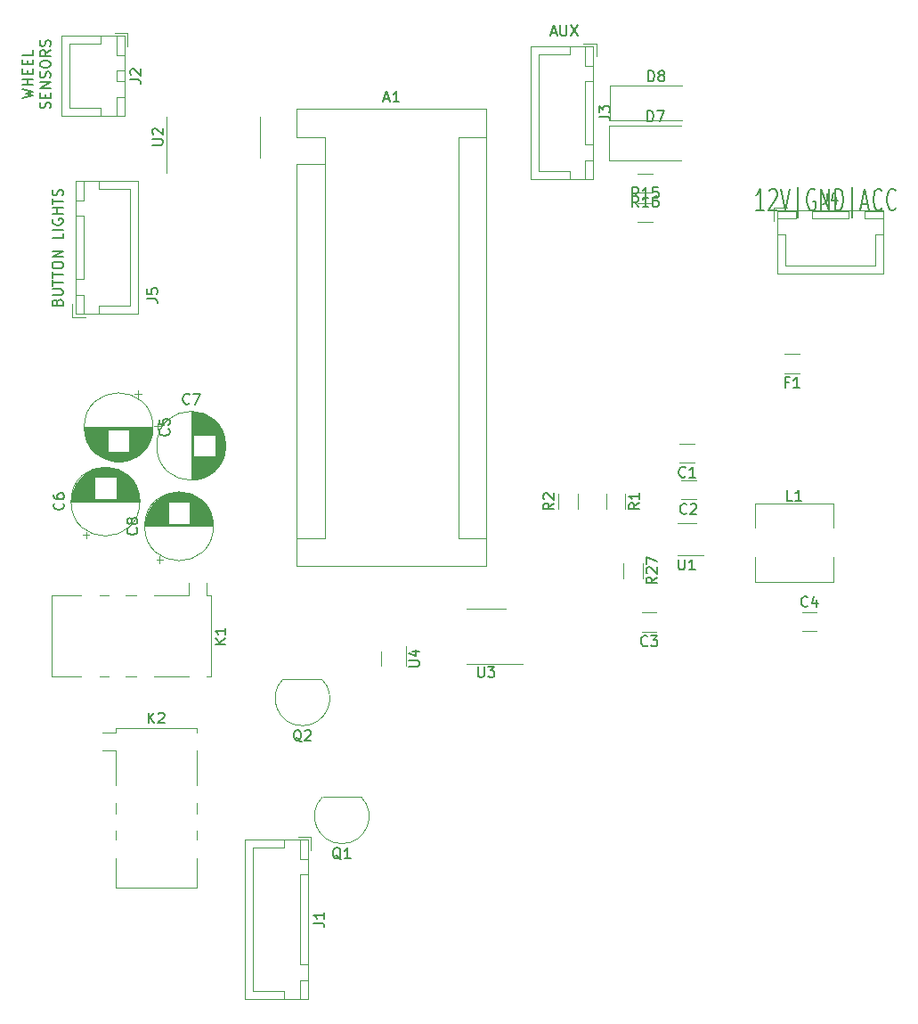
<source format=gbr>
%TF.GenerationSoftware,KiCad,Pcbnew,5.1.10-88a1d61d58~88~ubuntu18.04.1*%
%TF.CreationDate,2021-05-23T19:09:43+03:00*%
%TF.ProjectId,Micra Cruise Control Schemantics,4d696372-6120-4437-9275-69736520436f,rev?*%
%TF.SameCoordinates,Original*%
%TF.FileFunction,Legend,Top*%
%TF.FilePolarity,Positive*%
%FSLAX46Y46*%
G04 Gerber Fmt 4.6, Leading zero omitted, Abs format (unit mm)*
G04 Created by KiCad (PCBNEW 5.1.10-88a1d61d58~88~ubuntu18.04.1) date 2021-05-23 19:09:43*
%MOMM*%
%LPD*%
G01*
G04 APERTURE LIST*
%ADD10C,0.150000*%
%ADD11C,0.120000*%
G04 APERTURE END LIST*
D10*
X117619047Y-56404761D02*
X116876190Y-56404761D01*
X117247619Y-56404761D02*
X117247619Y-54404761D01*
X117123809Y-54690476D01*
X117000000Y-54880952D01*
X116876190Y-54976190D01*
X118114285Y-54595238D02*
X118176190Y-54500000D01*
X118300000Y-54404761D01*
X118609523Y-54404761D01*
X118733333Y-54500000D01*
X118795238Y-54595238D01*
X118857142Y-54785714D01*
X118857142Y-54976190D01*
X118795238Y-55261904D01*
X118052380Y-56404761D01*
X118857142Y-56404761D01*
X119228571Y-54404761D02*
X119661904Y-56404761D01*
X120095238Y-54404761D01*
X120838095Y-57071428D02*
X120838095Y-54214285D01*
X122447619Y-54500000D02*
X122323809Y-54404761D01*
X122138095Y-54404761D01*
X121952380Y-54500000D01*
X121828571Y-54690476D01*
X121766666Y-54880952D01*
X121704761Y-55261904D01*
X121704761Y-55547619D01*
X121766666Y-55928571D01*
X121828571Y-56119047D01*
X121952380Y-56309523D01*
X122138095Y-56404761D01*
X122261904Y-56404761D01*
X122447619Y-56309523D01*
X122509523Y-56214285D01*
X122509523Y-55547619D01*
X122261904Y-55547619D01*
X123066666Y-56404761D02*
X123066666Y-54404761D01*
X123809523Y-56404761D01*
X123809523Y-54404761D01*
X124428571Y-56404761D02*
X124428571Y-54404761D01*
X124738095Y-54404761D01*
X124923809Y-54500000D01*
X125047619Y-54690476D01*
X125109523Y-54880952D01*
X125171428Y-55261904D01*
X125171428Y-55547619D01*
X125109523Y-55928571D01*
X125047619Y-56119047D01*
X124923809Y-56309523D01*
X124738095Y-56404761D01*
X124428571Y-56404761D01*
X126038095Y-57071428D02*
X126038095Y-54214285D01*
X126904761Y-55833333D02*
X127523809Y-55833333D01*
X126780952Y-56404761D02*
X127214285Y-54404761D01*
X127647619Y-56404761D01*
X128823809Y-56214285D02*
X128761904Y-56309523D01*
X128576190Y-56404761D01*
X128452380Y-56404761D01*
X128266666Y-56309523D01*
X128142857Y-56119047D01*
X128080952Y-55928571D01*
X128019047Y-55547619D01*
X128019047Y-55261904D01*
X128080952Y-54880952D01*
X128142857Y-54690476D01*
X128266666Y-54500000D01*
X128452380Y-54404761D01*
X128576190Y-54404761D01*
X128761904Y-54500000D01*
X128823809Y-54595238D01*
X130123809Y-56214285D02*
X130061904Y-56309523D01*
X129876190Y-56404761D01*
X129752380Y-56404761D01*
X129566666Y-56309523D01*
X129442857Y-56119047D01*
X129380952Y-55928571D01*
X129319047Y-55547619D01*
X129319047Y-55261904D01*
X129380952Y-54880952D01*
X129442857Y-54690476D01*
X129566666Y-54500000D01*
X129752380Y-54404761D01*
X129876190Y-54404761D01*
X130061904Y-54500000D01*
X130123809Y-54595238D01*
X97361904Y-39566666D02*
X97838095Y-39566666D01*
X97266666Y-39852380D02*
X97600000Y-38852380D01*
X97933333Y-39852380D01*
X98266666Y-38852380D02*
X98266666Y-39661904D01*
X98314285Y-39757142D01*
X98361904Y-39804761D01*
X98457142Y-39852380D01*
X98647619Y-39852380D01*
X98742857Y-39804761D01*
X98790476Y-39757142D01*
X98838095Y-39661904D01*
X98838095Y-38852380D01*
X99219047Y-38852380D02*
X99885714Y-39852380D01*
X99885714Y-38852380D02*
X99219047Y-39852380D01*
X50428571Y-65166666D02*
X50476190Y-65023809D01*
X50523809Y-64976190D01*
X50619047Y-64928571D01*
X50761904Y-64928571D01*
X50857142Y-64976190D01*
X50904761Y-65023809D01*
X50952380Y-65119047D01*
X50952380Y-65500000D01*
X49952380Y-65500000D01*
X49952380Y-65166666D01*
X50000000Y-65071428D01*
X50047619Y-65023809D01*
X50142857Y-64976190D01*
X50238095Y-64976190D01*
X50333333Y-65023809D01*
X50380952Y-65071428D01*
X50428571Y-65166666D01*
X50428571Y-65500000D01*
X49952380Y-64500000D02*
X50761904Y-64500000D01*
X50857142Y-64452380D01*
X50904761Y-64404761D01*
X50952380Y-64309523D01*
X50952380Y-64119047D01*
X50904761Y-64023809D01*
X50857142Y-63976190D01*
X50761904Y-63928571D01*
X49952380Y-63928571D01*
X49952380Y-63595238D02*
X49952380Y-63023809D01*
X50952380Y-63309523D02*
X49952380Y-63309523D01*
X49952380Y-62833333D02*
X49952380Y-62261904D01*
X50952380Y-62547619D02*
X49952380Y-62547619D01*
X49952380Y-61738095D02*
X49952380Y-61547619D01*
X50000000Y-61452380D01*
X50095238Y-61357142D01*
X50285714Y-61309523D01*
X50619047Y-61309523D01*
X50809523Y-61357142D01*
X50904761Y-61452380D01*
X50952380Y-61547619D01*
X50952380Y-61738095D01*
X50904761Y-61833333D01*
X50809523Y-61928571D01*
X50619047Y-61976190D01*
X50285714Y-61976190D01*
X50095238Y-61928571D01*
X50000000Y-61833333D01*
X49952380Y-61738095D01*
X50952380Y-60880952D02*
X49952380Y-60880952D01*
X50952380Y-60309523D01*
X49952380Y-60309523D01*
X50952380Y-58595238D02*
X50952380Y-59071428D01*
X49952380Y-59071428D01*
X50952380Y-58261904D02*
X49952380Y-58261904D01*
X50000000Y-57261904D02*
X49952380Y-57357142D01*
X49952380Y-57500000D01*
X50000000Y-57642857D01*
X50095238Y-57738095D01*
X50190476Y-57785714D01*
X50380952Y-57833333D01*
X50523809Y-57833333D01*
X50714285Y-57785714D01*
X50809523Y-57738095D01*
X50904761Y-57642857D01*
X50952380Y-57500000D01*
X50952380Y-57404761D01*
X50904761Y-57261904D01*
X50857142Y-57214285D01*
X50523809Y-57214285D01*
X50523809Y-57404761D01*
X50952380Y-56785714D02*
X49952380Y-56785714D01*
X50428571Y-56785714D02*
X50428571Y-56214285D01*
X50952380Y-56214285D02*
X49952380Y-56214285D01*
X49952380Y-55880952D02*
X49952380Y-55309523D01*
X50952380Y-55595238D02*
X49952380Y-55595238D01*
X50904761Y-55023809D02*
X50952380Y-54880952D01*
X50952380Y-54642857D01*
X50904761Y-54547619D01*
X50857142Y-54500000D01*
X50761904Y-54452380D01*
X50666666Y-54452380D01*
X50571428Y-54500000D01*
X50523809Y-54547619D01*
X50476190Y-54642857D01*
X50428571Y-54833333D01*
X50380952Y-54928571D01*
X50333333Y-54976190D01*
X50238095Y-55023809D01*
X50142857Y-55023809D01*
X50047619Y-54976190D01*
X50000000Y-54928571D01*
X49952380Y-54833333D01*
X49952380Y-54595238D01*
X50000000Y-54452380D01*
X47127380Y-45761904D02*
X48127380Y-45523809D01*
X47413095Y-45333333D01*
X48127380Y-45142857D01*
X47127380Y-44904761D01*
X48127380Y-44523809D02*
X47127380Y-44523809D01*
X47603571Y-44523809D02*
X47603571Y-43952380D01*
X48127380Y-43952380D02*
X47127380Y-43952380D01*
X47603571Y-43476190D02*
X47603571Y-43142857D01*
X48127380Y-43000000D02*
X48127380Y-43476190D01*
X47127380Y-43476190D01*
X47127380Y-43000000D01*
X47603571Y-42571428D02*
X47603571Y-42238095D01*
X48127380Y-42095238D02*
X48127380Y-42571428D01*
X47127380Y-42571428D01*
X47127380Y-42095238D01*
X48127380Y-41190476D02*
X48127380Y-41666666D01*
X47127380Y-41666666D01*
X49729761Y-46738095D02*
X49777380Y-46595238D01*
X49777380Y-46357142D01*
X49729761Y-46261904D01*
X49682142Y-46214285D01*
X49586904Y-46166666D01*
X49491666Y-46166666D01*
X49396428Y-46214285D01*
X49348809Y-46261904D01*
X49301190Y-46357142D01*
X49253571Y-46547619D01*
X49205952Y-46642857D01*
X49158333Y-46690476D01*
X49063095Y-46738095D01*
X48967857Y-46738095D01*
X48872619Y-46690476D01*
X48825000Y-46642857D01*
X48777380Y-46547619D01*
X48777380Y-46309523D01*
X48825000Y-46166666D01*
X49253571Y-45738095D02*
X49253571Y-45404761D01*
X49777380Y-45261904D02*
X49777380Y-45738095D01*
X48777380Y-45738095D01*
X48777380Y-45261904D01*
X49777380Y-44833333D02*
X48777380Y-44833333D01*
X49777380Y-44261904D01*
X48777380Y-44261904D01*
X49729761Y-43833333D02*
X49777380Y-43690476D01*
X49777380Y-43452380D01*
X49729761Y-43357142D01*
X49682142Y-43309523D01*
X49586904Y-43261904D01*
X49491666Y-43261904D01*
X49396428Y-43309523D01*
X49348809Y-43357142D01*
X49301190Y-43452380D01*
X49253571Y-43642857D01*
X49205952Y-43738095D01*
X49158333Y-43785714D01*
X49063095Y-43833333D01*
X48967857Y-43833333D01*
X48872619Y-43785714D01*
X48825000Y-43738095D01*
X48777380Y-43642857D01*
X48777380Y-43404761D01*
X48825000Y-43261904D01*
X48777380Y-42642857D02*
X48777380Y-42452380D01*
X48825000Y-42357142D01*
X48920238Y-42261904D01*
X49110714Y-42214285D01*
X49444047Y-42214285D01*
X49634523Y-42261904D01*
X49729761Y-42357142D01*
X49777380Y-42452380D01*
X49777380Y-42642857D01*
X49729761Y-42738095D01*
X49634523Y-42833333D01*
X49444047Y-42880952D01*
X49110714Y-42880952D01*
X48920238Y-42833333D01*
X48825000Y-42738095D01*
X48777380Y-42642857D01*
X49777380Y-41214285D02*
X49301190Y-41547619D01*
X49777380Y-41785714D02*
X48777380Y-41785714D01*
X48777380Y-41404761D01*
X48825000Y-41309523D01*
X48872619Y-41261904D01*
X48967857Y-41214285D01*
X49110714Y-41214285D01*
X49205952Y-41261904D01*
X49253571Y-41309523D01*
X49301190Y-41404761D01*
X49301190Y-41785714D01*
X49729761Y-40833333D02*
X49777380Y-40690476D01*
X49777380Y-40452380D01*
X49729761Y-40357142D01*
X49682142Y-40309523D01*
X49586904Y-40261904D01*
X49491666Y-40261904D01*
X49396428Y-40309523D01*
X49348809Y-40357142D01*
X49301190Y-40452380D01*
X49253571Y-40642857D01*
X49205952Y-40738095D01*
X49158333Y-40785714D01*
X49063095Y-40833333D01*
X48967857Y-40833333D01*
X48872619Y-40785714D01*
X48825000Y-40738095D01*
X48777380Y-40642857D01*
X48777380Y-40404761D01*
X48825000Y-40261904D01*
D11*
%TO.C,A1*%
X75870000Y-52020000D02*
X75870000Y-49480000D01*
X75870000Y-49480000D02*
X73200000Y-49480000D01*
X73200000Y-52020000D02*
X73200000Y-90250000D01*
X73200000Y-46810000D02*
X73200000Y-49480000D01*
X88570000Y-49480000D02*
X91240000Y-49480000D01*
X88570000Y-49480000D02*
X88570000Y-87580000D01*
X88570000Y-87580000D02*
X91240000Y-87580000D01*
X75870000Y-52020000D02*
X73200000Y-52020000D01*
X75870000Y-52020000D02*
X75870000Y-87580000D01*
X75870000Y-87580000D02*
X73200000Y-87580000D01*
X73200000Y-90250000D02*
X91240000Y-90250000D01*
X91240000Y-90250000D02*
X91240000Y-46810000D01*
X91240000Y-46810000D02*
X73200000Y-46810000D01*
%TO.C,J1*%
X74260000Y-116240000D02*
X68290000Y-116240000D01*
X68290000Y-116240000D02*
X68290000Y-131360000D01*
X68290000Y-131360000D02*
X74260000Y-131360000D01*
X74260000Y-131360000D02*
X74260000Y-116240000D01*
X74250000Y-119550000D02*
X73500000Y-119550000D01*
X73500000Y-119550000D02*
X73500000Y-128050000D01*
X73500000Y-128050000D02*
X74250000Y-128050000D01*
X74250000Y-128050000D02*
X74250000Y-119550000D01*
X74250000Y-116250000D02*
X73500000Y-116250000D01*
X73500000Y-116250000D02*
X73500000Y-118050000D01*
X73500000Y-118050000D02*
X74250000Y-118050000D01*
X74250000Y-118050000D02*
X74250000Y-116250000D01*
X74250000Y-129550000D02*
X73500000Y-129550000D01*
X73500000Y-129550000D02*
X73500000Y-131350000D01*
X73500000Y-131350000D02*
X74250000Y-131350000D01*
X74250000Y-131350000D02*
X74250000Y-129550000D01*
X72000000Y-116250000D02*
X72000000Y-117000000D01*
X72000000Y-117000000D02*
X69050000Y-117000000D01*
X69050000Y-117000000D02*
X69050000Y-123800000D01*
X72000000Y-131350000D02*
X72000000Y-130600000D01*
X72000000Y-130600000D02*
X69050000Y-130600000D01*
X69050000Y-130600000D02*
X69050000Y-123800000D01*
X74550000Y-117200000D02*
X74550000Y-115950000D01*
X74550000Y-115950000D02*
X73300000Y-115950000D01*
%TO.C,K2*%
X63650000Y-113750000D02*
X63650000Y-112750000D01*
X63650000Y-116250000D02*
X63650000Y-115350000D01*
X63650000Y-120750000D02*
X63650000Y-117950000D01*
X55950000Y-120750000D02*
X63650000Y-120750000D01*
X55950000Y-117950000D02*
X55950000Y-120750000D01*
X55950000Y-115350000D02*
X55950000Y-116250000D01*
X55950000Y-112750000D02*
X55950000Y-113750000D01*
X55950000Y-107750000D02*
X54750000Y-107750000D01*
X55950000Y-107750000D02*
X55950000Y-111050000D01*
X63650000Y-107750000D02*
X63650000Y-111050000D01*
X63650000Y-105650000D02*
X63650000Y-106050000D01*
X55950000Y-105650000D02*
X63650000Y-105650000D01*
X55950000Y-106050000D02*
X55950000Y-105650000D01*
X54750000Y-106050000D02*
X55950000Y-106050000D01*
%TO.C,K1*%
X56920000Y-100750000D02*
X57920000Y-100750000D01*
X54420000Y-100750000D02*
X55320000Y-100750000D01*
X49920000Y-100750000D02*
X52720000Y-100750000D01*
X49920000Y-93050000D02*
X49920000Y-100750000D01*
X52720000Y-93050000D02*
X49920000Y-93050000D01*
X55320000Y-93050000D02*
X54420000Y-93050000D01*
X57920000Y-93050000D02*
X56920000Y-93050000D01*
X62920000Y-93050000D02*
X62920000Y-91850000D01*
X62920000Y-93050000D02*
X59620000Y-93050000D01*
X62920000Y-100750000D02*
X59620000Y-100750000D01*
X65020000Y-100750000D02*
X64620000Y-100750000D01*
X65020000Y-93050000D02*
X65020000Y-100750000D01*
X64620000Y-93050000D02*
X65020000Y-93050000D01*
X64620000Y-91850000D02*
X64620000Y-93050000D01*
%TO.C,U4*%
X83560000Y-99720000D02*
X83560000Y-97820000D01*
X81240000Y-98320000D02*
X81240000Y-99720000D01*
%TO.C,U3*%
X91183500Y-94311000D02*
X89303500Y-94311000D01*
X91183500Y-94311000D02*
X93063500Y-94311000D01*
X91183500Y-99491000D02*
X89303500Y-99491000D01*
X91183500Y-99491000D02*
X94708500Y-99491000D01*
%TO.C,U2*%
X69713000Y-49465000D02*
X69713000Y-47515000D01*
X69713000Y-49465000D02*
X69713000Y-51415000D01*
X60843000Y-49465000D02*
X60843000Y-47515000D01*
X60843000Y-49465000D02*
X60843000Y-52915000D01*
%TO.C,U1*%
X111156000Y-86136000D02*
X109396000Y-86136000D01*
X109396000Y-89206000D02*
X111826000Y-89206000D01*
%TO.C,R27*%
X106066000Y-89924936D02*
X106066000Y-91379064D01*
X104246000Y-89924936D02*
X104246000Y-91379064D01*
%TO.C,R16*%
X107057064Y-54754000D02*
X105602936Y-54754000D01*
X107057064Y-52934000D02*
X105602936Y-52934000D01*
%TO.C,R15*%
X105602936Y-55728000D02*
X107057064Y-55728000D01*
X105602936Y-57548000D02*
X107057064Y-57548000D01*
%TO.C,R2*%
X98090000Y-84827064D02*
X98090000Y-83372936D01*
X99910000Y-84827064D02*
X99910000Y-83372936D01*
%TO.C,R1*%
X104410000Y-83346936D02*
X104410000Y-84801064D01*
X102590000Y-83346936D02*
X102590000Y-84801064D01*
%TO.C,Q2*%
X71891522Y-100961522D02*
G75*
G03*
X73730000Y-105400000I1838478J-1838478D01*
G01*
X75568478Y-100961522D02*
G75*
G02*
X73730000Y-105400000I-1838478J-1838478D01*
G01*
X75530000Y-100950000D02*
X71930000Y-100950000D01*
%TO.C,Q1*%
X75641522Y-112161522D02*
G75*
G03*
X77480000Y-116600000I1838478J-1838478D01*
G01*
X79318478Y-112161522D02*
G75*
G02*
X77480000Y-116600000I-1838478J-1838478D01*
G01*
X79280000Y-112150000D02*
X75680000Y-112150000D01*
%TO.C,L1*%
X124200000Y-89400000D02*
X124200000Y-91700000D01*
X124200000Y-91700000D02*
X116800000Y-91700000D01*
X116800000Y-91700000D02*
X116800000Y-89400000D01*
X116800000Y-86600000D02*
X116800000Y-84300000D01*
X116800000Y-84300000D02*
X124200000Y-84300000D01*
X124200000Y-84300000D02*
X124200000Y-86600000D01*
%TO.C,J5*%
X51860000Y-66564000D02*
X53110000Y-66564000D01*
X51860000Y-65314000D02*
X51860000Y-66564000D01*
X57360000Y-54414000D02*
X57360000Y-59964000D01*
X54410000Y-54414000D02*
X57360000Y-54414000D01*
X54410000Y-53664000D02*
X54410000Y-54414000D01*
X57360000Y-65514000D02*
X57360000Y-59964000D01*
X54410000Y-65514000D02*
X57360000Y-65514000D01*
X54410000Y-66264000D02*
X54410000Y-65514000D01*
X52160000Y-53664000D02*
X52160000Y-55464000D01*
X52910000Y-53664000D02*
X52160000Y-53664000D01*
X52910000Y-55464000D02*
X52910000Y-53664000D01*
X52160000Y-55464000D02*
X52910000Y-55464000D01*
X52160000Y-64464000D02*
X52160000Y-66264000D01*
X52910000Y-64464000D02*
X52160000Y-64464000D01*
X52910000Y-66264000D02*
X52910000Y-64464000D01*
X52160000Y-66264000D02*
X52910000Y-66264000D01*
X52160000Y-56964000D02*
X52160000Y-62964000D01*
X52910000Y-56964000D02*
X52160000Y-56964000D01*
X52910000Y-62964000D02*
X52910000Y-56964000D01*
X52160000Y-62964000D02*
X52910000Y-62964000D01*
X52150000Y-53654000D02*
X52150000Y-66274000D01*
X58120000Y-53654000D02*
X52150000Y-53654000D01*
X58120000Y-66274000D02*
X58120000Y-53654000D01*
X52150000Y-66274000D02*
X58120000Y-66274000D01*
%TO.C,J4*%
X118870000Y-56470000D02*
X118870000Y-62440000D01*
X118870000Y-62440000D02*
X128990000Y-62440000D01*
X128990000Y-62440000D02*
X128990000Y-56470000D01*
X128990000Y-56470000D02*
X118870000Y-56470000D01*
X122180000Y-56480000D02*
X122180000Y-57230000D01*
X122180000Y-57230000D02*
X125680000Y-57230000D01*
X125680000Y-57230000D02*
X125680000Y-56480000D01*
X125680000Y-56480000D02*
X122180000Y-56480000D01*
X118880000Y-56480000D02*
X118880000Y-57230000D01*
X118880000Y-57230000D02*
X120680000Y-57230000D01*
X120680000Y-57230000D02*
X120680000Y-56480000D01*
X120680000Y-56480000D02*
X118880000Y-56480000D01*
X127180000Y-56480000D02*
X127180000Y-57230000D01*
X127180000Y-57230000D02*
X128980000Y-57230000D01*
X128980000Y-57230000D02*
X128980000Y-56480000D01*
X128980000Y-56480000D02*
X127180000Y-56480000D01*
X118880000Y-58730000D02*
X119630000Y-58730000D01*
X119630000Y-58730000D02*
X119630000Y-61680000D01*
X119630000Y-61680000D02*
X123930000Y-61680000D01*
X128980000Y-58730000D02*
X128230000Y-58730000D01*
X128230000Y-58730000D02*
X128230000Y-61680000D01*
X128230000Y-61680000D02*
X123930000Y-61680000D01*
X119830000Y-56180000D02*
X118580000Y-56180000D01*
X118580000Y-56180000D02*
X118580000Y-57430000D01*
%TO.C,J3*%
X101398000Y-40870000D02*
X95428000Y-40870000D01*
X95428000Y-40870000D02*
X95428000Y-53490000D01*
X95428000Y-53490000D02*
X101398000Y-53490000D01*
X101398000Y-53490000D02*
X101398000Y-40870000D01*
X101388000Y-44180000D02*
X100638000Y-44180000D01*
X100638000Y-44180000D02*
X100638000Y-50180000D01*
X100638000Y-50180000D02*
X101388000Y-50180000D01*
X101388000Y-50180000D02*
X101388000Y-44180000D01*
X101388000Y-40880000D02*
X100638000Y-40880000D01*
X100638000Y-40880000D02*
X100638000Y-42680000D01*
X100638000Y-42680000D02*
X101388000Y-42680000D01*
X101388000Y-42680000D02*
X101388000Y-40880000D01*
X101388000Y-51680000D02*
X100638000Y-51680000D01*
X100638000Y-51680000D02*
X100638000Y-53480000D01*
X100638000Y-53480000D02*
X101388000Y-53480000D01*
X101388000Y-53480000D02*
X101388000Y-51680000D01*
X99138000Y-40880000D02*
X99138000Y-41630000D01*
X99138000Y-41630000D02*
X96188000Y-41630000D01*
X96188000Y-41630000D02*
X96188000Y-47180000D01*
X99138000Y-53480000D02*
X99138000Y-52730000D01*
X99138000Y-52730000D02*
X96188000Y-52730000D01*
X96188000Y-52730000D02*
X96188000Y-47180000D01*
X101688000Y-41830000D02*
X101688000Y-40580000D01*
X101688000Y-40580000D02*
X100438000Y-40580000D01*
%TO.C,J2*%
X56816000Y-39858000D02*
X50846000Y-39858000D01*
X50846000Y-39858000D02*
X50846000Y-47478000D01*
X50846000Y-47478000D02*
X56816000Y-47478000D01*
X56816000Y-47478000D02*
X56816000Y-39858000D01*
X56806000Y-43168000D02*
X56056000Y-43168000D01*
X56056000Y-43168000D02*
X56056000Y-44168000D01*
X56056000Y-44168000D02*
X56806000Y-44168000D01*
X56806000Y-44168000D02*
X56806000Y-43168000D01*
X56806000Y-39868000D02*
X56056000Y-39868000D01*
X56056000Y-39868000D02*
X56056000Y-41668000D01*
X56056000Y-41668000D02*
X56806000Y-41668000D01*
X56806000Y-41668000D02*
X56806000Y-39868000D01*
X56806000Y-45668000D02*
X56056000Y-45668000D01*
X56056000Y-45668000D02*
X56056000Y-47468000D01*
X56056000Y-47468000D02*
X56806000Y-47468000D01*
X56806000Y-47468000D02*
X56806000Y-45668000D01*
X54556000Y-39868000D02*
X54556000Y-40618000D01*
X54556000Y-40618000D02*
X51606000Y-40618000D01*
X51606000Y-40618000D02*
X51606000Y-43668000D01*
X54556000Y-47468000D02*
X54556000Y-46718000D01*
X54556000Y-46718000D02*
X51606000Y-46718000D01*
X51606000Y-46718000D02*
X51606000Y-43668000D01*
X57106000Y-40818000D02*
X57106000Y-39568000D01*
X57106000Y-39568000D02*
X55856000Y-39568000D01*
%TO.C,F1*%
X120998752Y-71910000D02*
X119576248Y-71910000D01*
X120998752Y-70090000D02*
X119576248Y-70090000D01*
%TO.C,D8*%
X102960000Y-44574000D02*
X102960000Y-47874000D01*
X102960000Y-47874000D02*
X109860000Y-47874000D01*
X102960000Y-44574000D02*
X109860000Y-44574000D01*
%TO.C,D7*%
X102880000Y-48384000D02*
X102880000Y-51684000D01*
X102880000Y-51684000D02*
X109780000Y-51684000D01*
X102880000Y-48384000D02*
X109780000Y-48384000D01*
%TO.C,C8*%
X65270000Y-86450000D02*
G75*
G03*
X65270000Y-86450000I-3270000J0D01*
G01*
X58770000Y-86450000D02*
X65230000Y-86450000D01*
X58770000Y-86410000D02*
X65230000Y-86410000D01*
X58770000Y-86370000D02*
X65230000Y-86370000D01*
X58772000Y-86330000D02*
X65228000Y-86330000D01*
X58773000Y-86290000D02*
X65227000Y-86290000D01*
X58776000Y-86250000D02*
X65224000Y-86250000D01*
X58778000Y-86210000D02*
X60960000Y-86210000D01*
X63040000Y-86210000D02*
X65222000Y-86210000D01*
X58782000Y-86170000D02*
X60960000Y-86170000D01*
X63040000Y-86170000D02*
X65218000Y-86170000D01*
X58785000Y-86130000D02*
X60960000Y-86130000D01*
X63040000Y-86130000D02*
X65215000Y-86130000D01*
X58789000Y-86090000D02*
X60960000Y-86090000D01*
X63040000Y-86090000D02*
X65211000Y-86090000D01*
X58794000Y-86050000D02*
X60960000Y-86050000D01*
X63040000Y-86050000D02*
X65206000Y-86050000D01*
X58799000Y-86010000D02*
X60960000Y-86010000D01*
X63040000Y-86010000D02*
X65201000Y-86010000D01*
X58805000Y-85970000D02*
X60960000Y-85970000D01*
X63040000Y-85970000D02*
X65195000Y-85970000D01*
X58811000Y-85930000D02*
X60960000Y-85930000D01*
X63040000Y-85930000D02*
X65189000Y-85930000D01*
X58818000Y-85890000D02*
X60960000Y-85890000D01*
X63040000Y-85890000D02*
X65182000Y-85890000D01*
X58825000Y-85850000D02*
X60960000Y-85850000D01*
X63040000Y-85850000D02*
X65175000Y-85850000D01*
X58833000Y-85810000D02*
X60960000Y-85810000D01*
X63040000Y-85810000D02*
X65167000Y-85810000D01*
X58841000Y-85770000D02*
X60960000Y-85770000D01*
X63040000Y-85770000D02*
X65159000Y-85770000D01*
X58850000Y-85729000D02*
X60960000Y-85729000D01*
X63040000Y-85729000D02*
X65150000Y-85729000D01*
X58859000Y-85689000D02*
X60960000Y-85689000D01*
X63040000Y-85689000D02*
X65141000Y-85689000D01*
X58869000Y-85649000D02*
X60960000Y-85649000D01*
X63040000Y-85649000D02*
X65131000Y-85649000D01*
X58879000Y-85609000D02*
X60960000Y-85609000D01*
X63040000Y-85609000D02*
X65121000Y-85609000D01*
X58890000Y-85569000D02*
X60960000Y-85569000D01*
X63040000Y-85569000D02*
X65110000Y-85569000D01*
X58902000Y-85529000D02*
X60960000Y-85529000D01*
X63040000Y-85529000D02*
X65098000Y-85529000D01*
X58914000Y-85489000D02*
X60960000Y-85489000D01*
X63040000Y-85489000D02*
X65086000Y-85489000D01*
X58926000Y-85449000D02*
X60960000Y-85449000D01*
X63040000Y-85449000D02*
X65074000Y-85449000D01*
X58939000Y-85409000D02*
X60960000Y-85409000D01*
X63040000Y-85409000D02*
X65061000Y-85409000D01*
X58953000Y-85369000D02*
X60960000Y-85369000D01*
X63040000Y-85369000D02*
X65047000Y-85369000D01*
X58967000Y-85329000D02*
X60960000Y-85329000D01*
X63040000Y-85329000D02*
X65033000Y-85329000D01*
X58982000Y-85289000D02*
X60960000Y-85289000D01*
X63040000Y-85289000D02*
X65018000Y-85289000D01*
X58998000Y-85249000D02*
X60960000Y-85249000D01*
X63040000Y-85249000D02*
X65002000Y-85249000D01*
X59014000Y-85209000D02*
X60960000Y-85209000D01*
X63040000Y-85209000D02*
X64986000Y-85209000D01*
X59030000Y-85169000D02*
X60960000Y-85169000D01*
X63040000Y-85169000D02*
X64970000Y-85169000D01*
X59048000Y-85129000D02*
X60960000Y-85129000D01*
X63040000Y-85129000D02*
X64952000Y-85129000D01*
X59066000Y-85089000D02*
X60960000Y-85089000D01*
X63040000Y-85089000D02*
X64934000Y-85089000D01*
X59084000Y-85049000D02*
X60960000Y-85049000D01*
X63040000Y-85049000D02*
X64916000Y-85049000D01*
X59104000Y-85009000D02*
X60960000Y-85009000D01*
X63040000Y-85009000D02*
X64896000Y-85009000D01*
X59124000Y-84969000D02*
X60960000Y-84969000D01*
X63040000Y-84969000D02*
X64876000Y-84969000D01*
X59144000Y-84929000D02*
X60960000Y-84929000D01*
X63040000Y-84929000D02*
X64856000Y-84929000D01*
X59166000Y-84889000D02*
X60960000Y-84889000D01*
X63040000Y-84889000D02*
X64834000Y-84889000D01*
X59188000Y-84849000D02*
X60960000Y-84849000D01*
X63040000Y-84849000D02*
X64812000Y-84849000D01*
X59210000Y-84809000D02*
X60960000Y-84809000D01*
X63040000Y-84809000D02*
X64790000Y-84809000D01*
X59234000Y-84769000D02*
X60960000Y-84769000D01*
X63040000Y-84769000D02*
X64766000Y-84769000D01*
X59258000Y-84729000D02*
X60960000Y-84729000D01*
X63040000Y-84729000D02*
X64742000Y-84729000D01*
X59284000Y-84689000D02*
X60960000Y-84689000D01*
X63040000Y-84689000D02*
X64716000Y-84689000D01*
X59310000Y-84649000D02*
X60960000Y-84649000D01*
X63040000Y-84649000D02*
X64690000Y-84649000D01*
X59336000Y-84609000D02*
X60960000Y-84609000D01*
X63040000Y-84609000D02*
X64664000Y-84609000D01*
X59364000Y-84569000D02*
X60960000Y-84569000D01*
X63040000Y-84569000D02*
X64636000Y-84569000D01*
X59393000Y-84529000D02*
X60960000Y-84529000D01*
X63040000Y-84529000D02*
X64607000Y-84529000D01*
X59422000Y-84489000D02*
X60960000Y-84489000D01*
X63040000Y-84489000D02*
X64578000Y-84489000D01*
X59452000Y-84449000D02*
X60960000Y-84449000D01*
X63040000Y-84449000D02*
X64548000Y-84449000D01*
X59484000Y-84409000D02*
X60960000Y-84409000D01*
X63040000Y-84409000D02*
X64516000Y-84409000D01*
X59516000Y-84369000D02*
X60960000Y-84369000D01*
X63040000Y-84369000D02*
X64484000Y-84369000D01*
X59550000Y-84329000D02*
X60960000Y-84329000D01*
X63040000Y-84329000D02*
X64450000Y-84329000D01*
X59584000Y-84289000D02*
X60960000Y-84289000D01*
X63040000Y-84289000D02*
X64416000Y-84289000D01*
X59620000Y-84249000D02*
X60960000Y-84249000D01*
X63040000Y-84249000D02*
X64380000Y-84249000D01*
X59657000Y-84209000D02*
X60960000Y-84209000D01*
X63040000Y-84209000D02*
X64343000Y-84209000D01*
X59695000Y-84169000D02*
X60960000Y-84169000D01*
X63040000Y-84169000D02*
X64305000Y-84169000D01*
X59735000Y-84129000D02*
X64265000Y-84129000D01*
X59776000Y-84089000D02*
X64224000Y-84089000D01*
X59818000Y-84049000D02*
X64182000Y-84049000D01*
X59863000Y-84009000D02*
X64137000Y-84009000D01*
X59908000Y-83969000D02*
X64092000Y-83969000D01*
X59956000Y-83929000D02*
X64044000Y-83929000D01*
X60005000Y-83889000D02*
X63995000Y-83889000D01*
X60056000Y-83849000D02*
X63944000Y-83849000D01*
X60110000Y-83809000D02*
X63890000Y-83809000D01*
X60166000Y-83769000D02*
X63834000Y-83769000D01*
X60224000Y-83729000D02*
X63776000Y-83729000D01*
X60286000Y-83689000D02*
X63714000Y-83689000D01*
X60350000Y-83649000D02*
X63650000Y-83649000D01*
X60419000Y-83609000D02*
X63581000Y-83609000D01*
X60491000Y-83569000D02*
X63509000Y-83569000D01*
X60568000Y-83529000D02*
X63432000Y-83529000D01*
X60650000Y-83489000D02*
X63350000Y-83489000D01*
X60738000Y-83449000D02*
X63262000Y-83449000D01*
X60835000Y-83409000D02*
X63165000Y-83409000D01*
X60941000Y-83369000D02*
X63059000Y-83369000D01*
X61060000Y-83329000D02*
X62940000Y-83329000D01*
X61198000Y-83289000D02*
X62802000Y-83289000D01*
X61367000Y-83249000D02*
X62633000Y-83249000D01*
X61598000Y-83209000D02*
X62402000Y-83209000D01*
X60161000Y-89950241D02*
X60161000Y-89320241D01*
X59846000Y-89635241D02*
X60476000Y-89635241D01*
%TO.C,C7*%
X66420000Y-78800000D02*
G75*
G03*
X66420000Y-78800000I-3270000J0D01*
G01*
X63150000Y-75570000D02*
X63150000Y-82030000D01*
X63190000Y-75570000D02*
X63190000Y-82030000D01*
X63230000Y-75570000D02*
X63230000Y-82030000D01*
X63270000Y-75572000D02*
X63270000Y-82028000D01*
X63310000Y-75573000D02*
X63310000Y-82027000D01*
X63350000Y-75576000D02*
X63350000Y-82024000D01*
X63390000Y-75578000D02*
X63390000Y-77760000D01*
X63390000Y-79840000D02*
X63390000Y-82022000D01*
X63430000Y-75582000D02*
X63430000Y-77760000D01*
X63430000Y-79840000D02*
X63430000Y-82018000D01*
X63470000Y-75585000D02*
X63470000Y-77760000D01*
X63470000Y-79840000D02*
X63470000Y-82015000D01*
X63510000Y-75589000D02*
X63510000Y-77760000D01*
X63510000Y-79840000D02*
X63510000Y-82011000D01*
X63550000Y-75594000D02*
X63550000Y-77760000D01*
X63550000Y-79840000D02*
X63550000Y-82006000D01*
X63590000Y-75599000D02*
X63590000Y-77760000D01*
X63590000Y-79840000D02*
X63590000Y-82001000D01*
X63630000Y-75605000D02*
X63630000Y-77760000D01*
X63630000Y-79840000D02*
X63630000Y-81995000D01*
X63670000Y-75611000D02*
X63670000Y-77760000D01*
X63670000Y-79840000D02*
X63670000Y-81989000D01*
X63710000Y-75618000D02*
X63710000Y-77760000D01*
X63710000Y-79840000D02*
X63710000Y-81982000D01*
X63750000Y-75625000D02*
X63750000Y-77760000D01*
X63750000Y-79840000D02*
X63750000Y-81975000D01*
X63790000Y-75633000D02*
X63790000Y-77760000D01*
X63790000Y-79840000D02*
X63790000Y-81967000D01*
X63830000Y-75641000D02*
X63830000Y-77760000D01*
X63830000Y-79840000D02*
X63830000Y-81959000D01*
X63871000Y-75650000D02*
X63871000Y-77760000D01*
X63871000Y-79840000D02*
X63871000Y-81950000D01*
X63911000Y-75659000D02*
X63911000Y-77760000D01*
X63911000Y-79840000D02*
X63911000Y-81941000D01*
X63951000Y-75669000D02*
X63951000Y-77760000D01*
X63951000Y-79840000D02*
X63951000Y-81931000D01*
X63991000Y-75679000D02*
X63991000Y-77760000D01*
X63991000Y-79840000D02*
X63991000Y-81921000D01*
X64031000Y-75690000D02*
X64031000Y-77760000D01*
X64031000Y-79840000D02*
X64031000Y-81910000D01*
X64071000Y-75702000D02*
X64071000Y-77760000D01*
X64071000Y-79840000D02*
X64071000Y-81898000D01*
X64111000Y-75714000D02*
X64111000Y-77760000D01*
X64111000Y-79840000D02*
X64111000Y-81886000D01*
X64151000Y-75726000D02*
X64151000Y-77760000D01*
X64151000Y-79840000D02*
X64151000Y-81874000D01*
X64191000Y-75739000D02*
X64191000Y-77760000D01*
X64191000Y-79840000D02*
X64191000Y-81861000D01*
X64231000Y-75753000D02*
X64231000Y-77760000D01*
X64231000Y-79840000D02*
X64231000Y-81847000D01*
X64271000Y-75767000D02*
X64271000Y-77760000D01*
X64271000Y-79840000D02*
X64271000Y-81833000D01*
X64311000Y-75782000D02*
X64311000Y-77760000D01*
X64311000Y-79840000D02*
X64311000Y-81818000D01*
X64351000Y-75798000D02*
X64351000Y-77760000D01*
X64351000Y-79840000D02*
X64351000Y-81802000D01*
X64391000Y-75814000D02*
X64391000Y-77760000D01*
X64391000Y-79840000D02*
X64391000Y-81786000D01*
X64431000Y-75830000D02*
X64431000Y-77760000D01*
X64431000Y-79840000D02*
X64431000Y-81770000D01*
X64471000Y-75848000D02*
X64471000Y-77760000D01*
X64471000Y-79840000D02*
X64471000Y-81752000D01*
X64511000Y-75866000D02*
X64511000Y-77760000D01*
X64511000Y-79840000D02*
X64511000Y-81734000D01*
X64551000Y-75884000D02*
X64551000Y-77760000D01*
X64551000Y-79840000D02*
X64551000Y-81716000D01*
X64591000Y-75904000D02*
X64591000Y-77760000D01*
X64591000Y-79840000D02*
X64591000Y-81696000D01*
X64631000Y-75924000D02*
X64631000Y-77760000D01*
X64631000Y-79840000D02*
X64631000Y-81676000D01*
X64671000Y-75944000D02*
X64671000Y-77760000D01*
X64671000Y-79840000D02*
X64671000Y-81656000D01*
X64711000Y-75966000D02*
X64711000Y-77760000D01*
X64711000Y-79840000D02*
X64711000Y-81634000D01*
X64751000Y-75988000D02*
X64751000Y-77760000D01*
X64751000Y-79840000D02*
X64751000Y-81612000D01*
X64791000Y-76010000D02*
X64791000Y-77760000D01*
X64791000Y-79840000D02*
X64791000Y-81590000D01*
X64831000Y-76034000D02*
X64831000Y-77760000D01*
X64831000Y-79840000D02*
X64831000Y-81566000D01*
X64871000Y-76058000D02*
X64871000Y-77760000D01*
X64871000Y-79840000D02*
X64871000Y-81542000D01*
X64911000Y-76084000D02*
X64911000Y-77760000D01*
X64911000Y-79840000D02*
X64911000Y-81516000D01*
X64951000Y-76110000D02*
X64951000Y-77760000D01*
X64951000Y-79840000D02*
X64951000Y-81490000D01*
X64991000Y-76136000D02*
X64991000Y-77760000D01*
X64991000Y-79840000D02*
X64991000Y-81464000D01*
X65031000Y-76164000D02*
X65031000Y-77760000D01*
X65031000Y-79840000D02*
X65031000Y-81436000D01*
X65071000Y-76193000D02*
X65071000Y-77760000D01*
X65071000Y-79840000D02*
X65071000Y-81407000D01*
X65111000Y-76222000D02*
X65111000Y-77760000D01*
X65111000Y-79840000D02*
X65111000Y-81378000D01*
X65151000Y-76252000D02*
X65151000Y-77760000D01*
X65151000Y-79840000D02*
X65151000Y-81348000D01*
X65191000Y-76284000D02*
X65191000Y-77760000D01*
X65191000Y-79840000D02*
X65191000Y-81316000D01*
X65231000Y-76316000D02*
X65231000Y-77760000D01*
X65231000Y-79840000D02*
X65231000Y-81284000D01*
X65271000Y-76350000D02*
X65271000Y-77760000D01*
X65271000Y-79840000D02*
X65271000Y-81250000D01*
X65311000Y-76384000D02*
X65311000Y-77760000D01*
X65311000Y-79840000D02*
X65311000Y-81216000D01*
X65351000Y-76420000D02*
X65351000Y-77760000D01*
X65351000Y-79840000D02*
X65351000Y-81180000D01*
X65391000Y-76457000D02*
X65391000Y-77760000D01*
X65391000Y-79840000D02*
X65391000Y-81143000D01*
X65431000Y-76495000D02*
X65431000Y-77760000D01*
X65431000Y-79840000D02*
X65431000Y-81105000D01*
X65471000Y-76535000D02*
X65471000Y-81065000D01*
X65511000Y-76576000D02*
X65511000Y-81024000D01*
X65551000Y-76618000D02*
X65551000Y-80982000D01*
X65591000Y-76663000D02*
X65591000Y-80937000D01*
X65631000Y-76708000D02*
X65631000Y-80892000D01*
X65671000Y-76756000D02*
X65671000Y-80844000D01*
X65711000Y-76805000D02*
X65711000Y-80795000D01*
X65751000Y-76856000D02*
X65751000Y-80744000D01*
X65791000Y-76910000D02*
X65791000Y-80690000D01*
X65831000Y-76966000D02*
X65831000Y-80634000D01*
X65871000Y-77024000D02*
X65871000Y-80576000D01*
X65911000Y-77086000D02*
X65911000Y-80514000D01*
X65951000Y-77150000D02*
X65951000Y-80450000D01*
X65991000Y-77219000D02*
X65991000Y-80381000D01*
X66031000Y-77291000D02*
X66031000Y-80309000D01*
X66071000Y-77368000D02*
X66071000Y-80232000D01*
X66111000Y-77450000D02*
X66111000Y-80150000D01*
X66151000Y-77538000D02*
X66151000Y-80062000D01*
X66191000Y-77635000D02*
X66191000Y-79965000D01*
X66231000Y-77741000D02*
X66231000Y-79859000D01*
X66271000Y-77860000D02*
X66271000Y-79740000D01*
X66311000Y-77998000D02*
X66311000Y-79602000D01*
X66351000Y-78167000D02*
X66351000Y-79433000D01*
X66391000Y-78398000D02*
X66391000Y-79202000D01*
X59649759Y-76961000D02*
X60279759Y-76961000D01*
X59964759Y-76646000D02*
X59964759Y-77276000D01*
%TO.C,C6*%
X58270000Y-84100000D02*
G75*
G03*
X58270000Y-84100000I-3270000J0D01*
G01*
X51770000Y-84100000D02*
X58230000Y-84100000D01*
X51770000Y-84060000D02*
X58230000Y-84060000D01*
X51770000Y-84020000D02*
X58230000Y-84020000D01*
X51772000Y-83980000D02*
X58228000Y-83980000D01*
X51773000Y-83940000D02*
X58227000Y-83940000D01*
X51776000Y-83900000D02*
X58224000Y-83900000D01*
X51778000Y-83860000D02*
X53960000Y-83860000D01*
X56040000Y-83860000D02*
X58222000Y-83860000D01*
X51782000Y-83820000D02*
X53960000Y-83820000D01*
X56040000Y-83820000D02*
X58218000Y-83820000D01*
X51785000Y-83780000D02*
X53960000Y-83780000D01*
X56040000Y-83780000D02*
X58215000Y-83780000D01*
X51789000Y-83740000D02*
X53960000Y-83740000D01*
X56040000Y-83740000D02*
X58211000Y-83740000D01*
X51794000Y-83700000D02*
X53960000Y-83700000D01*
X56040000Y-83700000D02*
X58206000Y-83700000D01*
X51799000Y-83660000D02*
X53960000Y-83660000D01*
X56040000Y-83660000D02*
X58201000Y-83660000D01*
X51805000Y-83620000D02*
X53960000Y-83620000D01*
X56040000Y-83620000D02*
X58195000Y-83620000D01*
X51811000Y-83580000D02*
X53960000Y-83580000D01*
X56040000Y-83580000D02*
X58189000Y-83580000D01*
X51818000Y-83540000D02*
X53960000Y-83540000D01*
X56040000Y-83540000D02*
X58182000Y-83540000D01*
X51825000Y-83500000D02*
X53960000Y-83500000D01*
X56040000Y-83500000D02*
X58175000Y-83500000D01*
X51833000Y-83460000D02*
X53960000Y-83460000D01*
X56040000Y-83460000D02*
X58167000Y-83460000D01*
X51841000Y-83420000D02*
X53960000Y-83420000D01*
X56040000Y-83420000D02*
X58159000Y-83420000D01*
X51850000Y-83379000D02*
X53960000Y-83379000D01*
X56040000Y-83379000D02*
X58150000Y-83379000D01*
X51859000Y-83339000D02*
X53960000Y-83339000D01*
X56040000Y-83339000D02*
X58141000Y-83339000D01*
X51869000Y-83299000D02*
X53960000Y-83299000D01*
X56040000Y-83299000D02*
X58131000Y-83299000D01*
X51879000Y-83259000D02*
X53960000Y-83259000D01*
X56040000Y-83259000D02*
X58121000Y-83259000D01*
X51890000Y-83219000D02*
X53960000Y-83219000D01*
X56040000Y-83219000D02*
X58110000Y-83219000D01*
X51902000Y-83179000D02*
X53960000Y-83179000D01*
X56040000Y-83179000D02*
X58098000Y-83179000D01*
X51914000Y-83139000D02*
X53960000Y-83139000D01*
X56040000Y-83139000D02*
X58086000Y-83139000D01*
X51926000Y-83099000D02*
X53960000Y-83099000D01*
X56040000Y-83099000D02*
X58074000Y-83099000D01*
X51939000Y-83059000D02*
X53960000Y-83059000D01*
X56040000Y-83059000D02*
X58061000Y-83059000D01*
X51953000Y-83019000D02*
X53960000Y-83019000D01*
X56040000Y-83019000D02*
X58047000Y-83019000D01*
X51967000Y-82979000D02*
X53960000Y-82979000D01*
X56040000Y-82979000D02*
X58033000Y-82979000D01*
X51982000Y-82939000D02*
X53960000Y-82939000D01*
X56040000Y-82939000D02*
X58018000Y-82939000D01*
X51998000Y-82899000D02*
X53960000Y-82899000D01*
X56040000Y-82899000D02*
X58002000Y-82899000D01*
X52014000Y-82859000D02*
X53960000Y-82859000D01*
X56040000Y-82859000D02*
X57986000Y-82859000D01*
X52030000Y-82819000D02*
X53960000Y-82819000D01*
X56040000Y-82819000D02*
X57970000Y-82819000D01*
X52048000Y-82779000D02*
X53960000Y-82779000D01*
X56040000Y-82779000D02*
X57952000Y-82779000D01*
X52066000Y-82739000D02*
X53960000Y-82739000D01*
X56040000Y-82739000D02*
X57934000Y-82739000D01*
X52084000Y-82699000D02*
X53960000Y-82699000D01*
X56040000Y-82699000D02*
X57916000Y-82699000D01*
X52104000Y-82659000D02*
X53960000Y-82659000D01*
X56040000Y-82659000D02*
X57896000Y-82659000D01*
X52124000Y-82619000D02*
X53960000Y-82619000D01*
X56040000Y-82619000D02*
X57876000Y-82619000D01*
X52144000Y-82579000D02*
X53960000Y-82579000D01*
X56040000Y-82579000D02*
X57856000Y-82579000D01*
X52166000Y-82539000D02*
X53960000Y-82539000D01*
X56040000Y-82539000D02*
X57834000Y-82539000D01*
X52188000Y-82499000D02*
X53960000Y-82499000D01*
X56040000Y-82499000D02*
X57812000Y-82499000D01*
X52210000Y-82459000D02*
X53960000Y-82459000D01*
X56040000Y-82459000D02*
X57790000Y-82459000D01*
X52234000Y-82419000D02*
X53960000Y-82419000D01*
X56040000Y-82419000D02*
X57766000Y-82419000D01*
X52258000Y-82379000D02*
X53960000Y-82379000D01*
X56040000Y-82379000D02*
X57742000Y-82379000D01*
X52284000Y-82339000D02*
X53960000Y-82339000D01*
X56040000Y-82339000D02*
X57716000Y-82339000D01*
X52310000Y-82299000D02*
X53960000Y-82299000D01*
X56040000Y-82299000D02*
X57690000Y-82299000D01*
X52336000Y-82259000D02*
X53960000Y-82259000D01*
X56040000Y-82259000D02*
X57664000Y-82259000D01*
X52364000Y-82219000D02*
X53960000Y-82219000D01*
X56040000Y-82219000D02*
X57636000Y-82219000D01*
X52393000Y-82179000D02*
X53960000Y-82179000D01*
X56040000Y-82179000D02*
X57607000Y-82179000D01*
X52422000Y-82139000D02*
X53960000Y-82139000D01*
X56040000Y-82139000D02*
X57578000Y-82139000D01*
X52452000Y-82099000D02*
X53960000Y-82099000D01*
X56040000Y-82099000D02*
X57548000Y-82099000D01*
X52484000Y-82059000D02*
X53960000Y-82059000D01*
X56040000Y-82059000D02*
X57516000Y-82059000D01*
X52516000Y-82019000D02*
X53960000Y-82019000D01*
X56040000Y-82019000D02*
X57484000Y-82019000D01*
X52550000Y-81979000D02*
X53960000Y-81979000D01*
X56040000Y-81979000D02*
X57450000Y-81979000D01*
X52584000Y-81939000D02*
X53960000Y-81939000D01*
X56040000Y-81939000D02*
X57416000Y-81939000D01*
X52620000Y-81899000D02*
X53960000Y-81899000D01*
X56040000Y-81899000D02*
X57380000Y-81899000D01*
X52657000Y-81859000D02*
X53960000Y-81859000D01*
X56040000Y-81859000D02*
X57343000Y-81859000D01*
X52695000Y-81819000D02*
X53960000Y-81819000D01*
X56040000Y-81819000D02*
X57305000Y-81819000D01*
X52735000Y-81779000D02*
X57265000Y-81779000D01*
X52776000Y-81739000D02*
X57224000Y-81739000D01*
X52818000Y-81699000D02*
X57182000Y-81699000D01*
X52863000Y-81659000D02*
X57137000Y-81659000D01*
X52908000Y-81619000D02*
X57092000Y-81619000D01*
X52956000Y-81579000D02*
X57044000Y-81579000D01*
X53005000Y-81539000D02*
X56995000Y-81539000D01*
X53056000Y-81499000D02*
X56944000Y-81499000D01*
X53110000Y-81459000D02*
X56890000Y-81459000D01*
X53166000Y-81419000D02*
X56834000Y-81419000D01*
X53224000Y-81379000D02*
X56776000Y-81379000D01*
X53286000Y-81339000D02*
X56714000Y-81339000D01*
X53350000Y-81299000D02*
X56650000Y-81299000D01*
X53419000Y-81259000D02*
X56581000Y-81259000D01*
X53491000Y-81219000D02*
X56509000Y-81219000D01*
X53568000Y-81179000D02*
X56432000Y-81179000D01*
X53650000Y-81139000D02*
X56350000Y-81139000D01*
X53738000Y-81099000D02*
X56262000Y-81099000D01*
X53835000Y-81059000D02*
X56165000Y-81059000D01*
X53941000Y-81019000D02*
X56059000Y-81019000D01*
X54060000Y-80979000D02*
X55940000Y-80979000D01*
X54198000Y-80939000D02*
X55802000Y-80939000D01*
X54367000Y-80899000D02*
X55633000Y-80899000D01*
X54598000Y-80859000D02*
X55402000Y-80859000D01*
X53161000Y-87600241D02*
X53161000Y-86970241D01*
X52846000Y-87285241D02*
X53476000Y-87285241D01*
%TO.C,C5*%
X59520000Y-77050000D02*
G75*
G03*
X59520000Y-77050000I-3270000J0D01*
G01*
X59480000Y-77050000D02*
X53020000Y-77050000D01*
X59480000Y-77090000D02*
X53020000Y-77090000D01*
X59480000Y-77130000D02*
X53020000Y-77130000D01*
X59478000Y-77170000D02*
X53022000Y-77170000D01*
X59477000Y-77210000D02*
X53023000Y-77210000D01*
X59474000Y-77250000D02*
X53026000Y-77250000D01*
X59472000Y-77290000D02*
X57290000Y-77290000D01*
X55210000Y-77290000D02*
X53028000Y-77290000D01*
X59468000Y-77330000D02*
X57290000Y-77330000D01*
X55210000Y-77330000D02*
X53032000Y-77330000D01*
X59465000Y-77370000D02*
X57290000Y-77370000D01*
X55210000Y-77370000D02*
X53035000Y-77370000D01*
X59461000Y-77410000D02*
X57290000Y-77410000D01*
X55210000Y-77410000D02*
X53039000Y-77410000D01*
X59456000Y-77450000D02*
X57290000Y-77450000D01*
X55210000Y-77450000D02*
X53044000Y-77450000D01*
X59451000Y-77490000D02*
X57290000Y-77490000D01*
X55210000Y-77490000D02*
X53049000Y-77490000D01*
X59445000Y-77530000D02*
X57290000Y-77530000D01*
X55210000Y-77530000D02*
X53055000Y-77530000D01*
X59439000Y-77570000D02*
X57290000Y-77570000D01*
X55210000Y-77570000D02*
X53061000Y-77570000D01*
X59432000Y-77610000D02*
X57290000Y-77610000D01*
X55210000Y-77610000D02*
X53068000Y-77610000D01*
X59425000Y-77650000D02*
X57290000Y-77650000D01*
X55210000Y-77650000D02*
X53075000Y-77650000D01*
X59417000Y-77690000D02*
X57290000Y-77690000D01*
X55210000Y-77690000D02*
X53083000Y-77690000D01*
X59409000Y-77730000D02*
X57290000Y-77730000D01*
X55210000Y-77730000D02*
X53091000Y-77730000D01*
X59400000Y-77771000D02*
X57290000Y-77771000D01*
X55210000Y-77771000D02*
X53100000Y-77771000D01*
X59391000Y-77811000D02*
X57290000Y-77811000D01*
X55210000Y-77811000D02*
X53109000Y-77811000D01*
X59381000Y-77851000D02*
X57290000Y-77851000D01*
X55210000Y-77851000D02*
X53119000Y-77851000D01*
X59371000Y-77891000D02*
X57290000Y-77891000D01*
X55210000Y-77891000D02*
X53129000Y-77891000D01*
X59360000Y-77931000D02*
X57290000Y-77931000D01*
X55210000Y-77931000D02*
X53140000Y-77931000D01*
X59348000Y-77971000D02*
X57290000Y-77971000D01*
X55210000Y-77971000D02*
X53152000Y-77971000D01*
X59336000Y-78011000D02*
X57290000Y-78011000D01*
X55210000Y-78011000D02*
X53164000Y-78011000D01*
X59324000Y-78051000D02*
X57290000Y-78051000D01*
X55210000Y-78051000D02*
X53176000Y-78051000D01*
X59311000Y-78091000D02*
X57290000Y-78091000D01*
X55210000Y-78091000D02*
X53189000Y-78091000D01*
X59297000Y-78131000D02*
X57290000Y-78131000D01*
X55210000Y-78131000D02*
X53203000Y-78131000D01*
X59283000Y-78171000D02*
X57290000Y-78171000D01*
X55210000Y-78171000D02*
X53217000Y-78171000D01*
X59268000Y-78211000D02*
X57290000Y-78211000D01*
X55210000Y-78211000D02*
X53232000Y-78211000D01*
X59252000Y-78251000D02*
X57290000Y-78251000D01*
X55210000Y-78251000D02*
X53248000Y-78251000D01*
X59236000Y-78291000D02*
X57290000Y-78291000D01*
X55210000Y-78291000D02*
X53264000Y-78291000D01*
X59220000Y-78331000D02*
X57290000Y-78331000D01*
X55210000Y-78331000D02*
X53280000Y-78331000D01*
X59202000Y-78371000D02*
X57290000Y-78371000D01*
X55210000Y-78371000D02*
X53298000Y-78371000D01*
X59184000Y-78411000D02*
X57290000Y-78411000D01*
X55210000Y-78411000D02*
X53316000Y-78411000D01*
X59166000Y-78451000D02*
X57290000Y-78451000D01*
X55210000Y-78451000D02*
X53334000Y-78451000D01*
X59146000Y-78491000D02*
X57290000Y-78491000D01*
X55210000Y-78491000D02*
X53354000Y-78491000D01*
X59126000Y-78531000D02*
X57290000Y-78531000D01*
X55210000Y-78531000D02*
X53374000Y-78531000D01*
X59106000Y-78571000D02*
X57290000Y-78571000D01*
X55210000Y-78571000D02*
X53394000Y-78571000D01*
X59084000Y-78611000D02*
X57290000Y-78611000D01*
X55210000Y-78611000D02*
X53416000Y-78611000D01*
X59062000Y-78651000D02*
X57290000Y-78651000D01*
X55210000Y-78651000D02*
X53438000Y-78651000D01*
X59040000Y-78691000D02*
X57290000Y-78691000D01*
X55210000Y-78691000D02*
X53460000Y-78691000D01*
X59016000Y-78731000D02*
X57290000Y-78731000D01*
X55210000Y-78731000D02*
X53484000Y-78731000D01*
X58992000Y-78771000D02*
X57290000Y-78771000D01*
X55210000Y-78771000D02*
X53508000Y-78771000D01*
X58966000Y-78811000D02*
X57290000Y-78811000D01*
X55210000Y-78811000D02*
X53534000Y-78811000D01*
X58940000Y-78851000D02*
X57290000Y-78851000D01*
X55210000Y-78851000D02*
X53560000Y-78851000D01*
X58914000Y-78891000D02*
X57290000Y-78891000D01*
X55210000Y-78891000D02*
X53586000Y-78891000D01*
X58886000Y-78931000D02*
X57290000Y-78931000D01*
X55210000Y-78931000D02*
X53614000Y-78931000D01*
X58857000Y-78971000D02*
X57290000Y-78971000D01*
X55210000Y-78971000D02*
X53643000Y-78971000D01*
X58828000Y-79011000D02*
X57290000Y-79011000D01*
X55210000Y-79011000D02*
X53672000Y-79011000D01*
X58798000Y-79051000D02*
X57290000Y-79051000D01*
X55210000Y-79051000D02*
X53702000Y-79051000D01*
X58766000Y-79091000D02*
X57290000Y-79091000D01*
X55210000Y-79091000D02*
X53734000Y-79091000D01*
X58734000Y-79131000D02*
X57290000Y-79131000D01*
X55210000Y-79131000D02*
X53766000Y-79131000D01*
X58700000Y-79171000D02*
X57290000Y-79171000D01*
X55210000Y-79171000D02*
X53800000Y-79171000D01*
X58666000Y-79211000D02*
X57290000Y-79211000D01*
X55210000Y-79211000D02*
X53834000Y-79211000D01*
X58630000Y-79251000D02*
X57290000Y-79251000D01*
X55210000Y-79251000D02*
X53870000Y-79251000D01*
X58593000Y-79291000D02*
X57290000Y-79291000D01*
X55210000Y-79291000D02*
X53907000Y-79291000D01*
X58555000Y-79331000D02*
X57290000Y-79331000D01*
X55210000Y-79331000D02*
X53945000Y-79331000D01*
X58515000Y-79371000D02*
X53985000Y-79371000D01*
X58474000Y-79411000D02*
X54026000Y-79411000D01*
X58432000Y-79451000D02*
X54068000Y-79451000D01*
X58387000Y-79491000D02*
X54113000Y-79491000D01*
X58342000Y-79531000D02*
X54158000Y-79531000D01*
X58294000Y-79571000D02*
X54206000Y-79571000D01*
X58245000Y-79611000D02*
X54255000Y-79611000D01*
X58194000Y-79651000D02*
X54306000Y-79651000D01*
X58140000Y-79691000D02*
X54360000Y-79691000D01*
X58084000Y-79731000D02*
X54416000Y-79731000D01*
X58026000Y-79771000D02*
X54474000Y-79771000D01*
X57964000Y-79811000D02*
X54536000Y-79811000D01*
X57900000Y-79851000D02*
X54600000Y-79851000D01*
X57831000Y-79891000D02*
X54669000Y-79891000D01*
X57759000Y-79931000D02*
X54741000Y-79931000D01*
X57682000Y-79971000D02*
X54818000Y-79971000D01*
X57600000Y-80011000D02*
X54900000Y-80011000D01*
X57512000Y-80051000D02*
X54988000Y-80051000D01*
X57415000Y-80091000D02*
X55085000Y-80091000D01*
X57309000Y-80131000D02*
X55191000Y-80131000D01*
X57190000Y-80171000D02*
X55310000Y-80171000D01*
X57052000Y-80211000D02*
X55448000Y-80211000D01*
X56883000Y-80251000D02*
X55617000Y-80251000D01*
X56652000Y-80291000D02*
X55848000Y-80291000D01*
X58089000Y-73549759D02*
X58089000Y-74179759D01*
X58404000Y-73864759D02*
X57774000Y-73864759D01*
%TO.C,C4*%
X121226248Y-94590000D02*
X122648752Y-94590000D01*
X121226248Y-96410000D02*
X122648752Y-96410000D01*
%TO.C,C3*%
X107411252Y-96460000D02*
X105988748Y-96460000D01*
X107411252Y-94640000D02*
X105988748Y-94640000D01*
%TO.C,C2*%
X111148752Y-83910000D02*
X109726248Y-83910000D01*
X111148752Y-82090000D02*
X109726248Y-82090000D01*
%TO.C,C1*%
X111023752Y-80410000D02*
X109601248Y-80410000D01*
X111023752Y-78590000D02*
X109601248Y-78590000D01*
%TO.C,A1*%
D10*
X81505714Y-45836666D02*
X81981904Y-45836666D01*
X81410476Y-46122380D02*
X81743809Y-45122380D01*
X82077142Y-46122380D01*
X82934285Y-46122380D02*
X82362857Y-46122380D01*
X82648571Y-46122380D02*
X82648571Y-45122380D01*
X82553333Y-45265238D01*
X82458095Y-45360476D01*
X82362857Y-45408095D01*
%TO.C,J1*%
X74802380Y-124133333D02*
X75516666Y-124133333D01*
X75659523Y-124180952D01*
X75754761Y-124276190D01*
X75802380Y-124419047D01*
X75802380Y-124514285D01*
X75802380Y-123133333D02*
X75802380Y-123704761D01*
X75802380Y-123419047D02*
X74802380Y-123419047D01*
X74945238Y-123514285D01*
X75040476Y-123609523D01*
X75088095Y-123704761D01*
%TO.C,K2*%
X59071904Y-105152380D02*
X59071904Y-104152380D01*
X59643333Y-105152380D02*
X59214761Y-104580952D01*
X59643333Y-104152380D02*
X59071904Y-104723809D01*
X60024285Y-104247619D02*
X60071904Y-104200000D01*
X60167142Y-104152380D01*
X60405238Y-104152380D01*
X60500476Y-104200000D01*
X60548095Y-104247619D01*
X60595714Y-104342857D01*
X60595714Y-104438095D01*
X60548095Y-104580952D01*
X59976666Y-105152380D01*
X60595714Y-105152380D01*
%TO.C,K1*%
X66422380Y-97648095D02*
X65422380Y-97648095D01*
X66422380Y-97076666D02*
X65850952Y-97505238D01*
X65422380Y-97076666D02*
X65993809Y-97648095D01*
X66422380Y-96124285D02*
X66422380Y-96695714D01*
X66422380Y-96410000D02*
X65422380Y-96410000D01*
X65565238Y-96505238D01*
X65660476Y-96600476D01*
X65708095Y-96695714D01*
%TO.C,U4*%
X83852380Y-99781904D02*
X84661904Y-99781904D01*
X84757142Y-99734285D01*
X84804761Y-99686666D01*
X84852380Y-99591428D01*
X84852380Y-99400952D01*
X84804761Y-99305714D01*
X84757142Y-99258095D01*
X84661904Y-99210476D01*
X83852380Y-99210476D01*
X84185714Y-98305714D02*
X84852380Y-98305714D01*
X83804761Y-98543809D02*
X84519047Y-98781904D01*
X84519047Y-98162857D01*
%TO.C,U3*%
X90421595Y-99783380D02*
X90421595Y-100592904D01*
X90469214Y-100688142D01*
X90516833Y-100735761D01*
X90612071Y-100783380D01*
X90802547Y-100783380D01*
X90897785Y-100735761D01*
X90945404Y-100688142D01*
X90993023Y-100592904D01*
X90993023Y-99783380D01*
X91373976Y-99783380D02*
X91993023Y-99783380D01*
X91659690Y-100164333D01*
X91802547Y-100164333D01*
X91897785Y-100211952D01*
X91945404Y-100259571D01*
X91993023Y-100354809D01*
X91993023Y-100592904D01*
X91945404Y-100688142D01*
X91897785Y-100735761D01*
X91802547Y-100783380D01*
X91516833Y-100783380D01*
X91421595Y-100735761D01*
X91373976Y-100688142D01*
%TO.C,U2*%
X59450380Y-50226904D02*
X60259904Y-50226904D01*
X60355142Y-50179285D01*
X60402761Y-50131666D01*
X60450380Y-50036428D01*
X60450380Y-49845952D01*
X60402761Y-49750714D01*
X60355142Y-49703095D01*
X60259904Y-49655476D01*
X59450380Y-49655476D01*
X59545619Y-49226904D02*
X59498000Y-49179285D01*
X59450380Y-49084047D01*
X59450380Y-48845952D01*
X59498000Y-48750714D01*
X59545619Y-48703095D01*
X59640857Y-48655476D01*
X59736095Y-48655476D01*
X59878952Y-48703095D01*
X60450380Y-49274523D01*
X60450380Y-48655476D01*
%TO.C,U1*%
X109514095Y-89598380D02*
X109514095Y-90407904D01*
X109561714Y-90503142D01*
X109609333Y-90550761D01*
X109704571Y-90598380D01*
X109895047Y-90598380D01*
X109990285Y-90550761D01*
X110037904Y-90503142D01*
X110085523Y-90407904D01*
X110085523Y-89598380D01*
X111085523Y-90598380D02*
X110514095Y-90598380D01*
X110799809Y-90598380D02*
X110799809Y-89598380D01*
X110704571Y-89741238D01*
X110609333Y-89836476D01*
X110514095Y-89884095D01*
%TO.C,R27*%
X107428380Y-91294857D02*
X106952190Y-91628190D01*
X107428380Y-91866285D02*
X106428380Y-91866285D01*
X106428380Y-91485333D01*
X106476000Y-91390095D01*
X106523619Y-91342476D01*
X106618857Y-91294857D01*
X106761714Y-91294857D01*
X106856952Y-91342476D01*
X106904571Y-91390095D01*
X106952190Y-91485333D01*
X106952190Y-91866285D01*
X106523619Y-90913904D02*
X106476000Y-90866285D01*
X106428380Y-90771047D01*
X106428380Y-90532952D01*
X106476000Y-90437714D01*
X106523619Y-90390095D01*
X106618857Y-90342476D01*
X106714095Y-90342476D01*
X106856952Y-90390095D01*
X107428380Y-90961523D01*
X107428380Y-90342476D01*
X106428380Y-90009142D02*
X106428380Y-89342476D01*
X107428380Y-89771047D01*
%TO.C,R16*%
X105687142Y-56116380D02*
X105353809Y-55640190D01*
X105115714Y-56116380D02*
X105115714Y-55116380D01*
X105496666Y-55116380D01*
X105591904Y-55164000D01*
X105639523Y-55211619D01*
X105687142Y-55306857D01*
X105687142Y-55449714D01*
X105639523Y-55544952D01*
X105591904Y-55592571D01*
X105496666Y-55640190D01*
X105115714Y-55640190D01*
X106639523Y-56116380D02*
X106068095Y-56116380D01*
X106353809Y-56116380D02*
X106353809Y-55116380D01*
X106258571Y-55259238D01*
X106163333Y-55354476D01*
X106068095Y-55402095D01*
X107496666Y-55116380D02*
X107306190Y-55116380D01*
X107210952Y-55164000D01*
X107163333Y-55211619D01*
X107068095Y-55354476D01*
X107020476Y-55544952D01*
X107020476Y-55925904D01*
X107068095Y-56021142D01*
X107115714Y-56068761D01*
X107210952Y-56116380D01*
X107401428Y-56116380D01*
X107496666Y-56068761D01*
X107544285Y-56021142D01*
X107591904Y-55925904D01*
X107591904Y-55687809D01*
X107544285Y-55592571D01*
X107496666Y-55544952D01*
X107401428Y-55497333D01*
X107210952Y-55497333D01*
X107115714Y-55544952D01*
X107068095Y-55592571D01*
X107020476Y-55687809D01*
%TO.C,R15*%
X105687142Y-55270380D02*
X105353809Y-54794190D01*
X105115714Y-55270380D02*
X105115714Y-54270380D01*
X105496666Y-54270380D01*
X105591904Y-54318000D01*
X105639523Y-54365619D01*
X105687142Y-54460857D01*
X105687142Y-54603714D01*
X105639523Y-54698952D01*
X105591904Y-54746571D01*
X105496666Y-54794190D01*
X105115714Y-54794190D01*
X106639523Y-55270380D02*
X106068095Y-55270380D01*
X106353809Y-55270380D02*
X106353809Y-54270380D01*
X106258571Y-54413238D01*
X106163333Y-54508476D01*
X106068095Y-54556095D01*
X107544285Y-54270380D02*
X107068095Y-54270380D01*
X107020476Y-54746571D01*
X107068095Y-54698952D01*
X107163333Y-54651333D01*
X107401428Y-54651333D01*
X107496666Y-54698952D01*
X107544285Y-54746571D01*
X107591904Y-54841809D01*
X107591904Y-55079904D01*
X107544285Y-55175142D01*
X107496666Y-55222761D01*
X107401428Y-55270380D01*
X107163333Y-55270380D01*
X107068095Y-55222761D01*
X107020476Y-55175142D01*
%TO.C,R2*%
X97632380Y-84266666D02*
X97156190Y-84600000D01*
X97632380Y-84838095D02*
X96632380Y-84838095D01*
X96632380Y-84457142D01*
X96680000Y-84361904D01*
X96727619Y-84314285D01*
X96822857Y-84266666D01*
X96965714Y-84266666D01*
X97060952Y-84314285D01*
X97108571Y-84361904D01*
X97156190Y-84457142D01*
X97156190Y-84838095D01*
X96727619Y-83885714D02*
X96680000Y-83838095D01*
X96632380Y-83742857D01*
X96632380Y-83504761D01*
X96680000Y-83409523D01*
X96727619Y-83361904D01*
X96822857Y-83314285D01*
X96918095Y-83314285D01*
X97060952Y-83361904D01*
X97632380Y-83933333D01*
X97632380Y-83314285D01*
%TO.C,R1*%
X105772380Y-84240666D02*
X105296190Y-84574000D01*
X105772380Y-84812095D02*
X104772380Y-84812095D01*
X104772380Y-84431142D01*
X104820000Y-84335904D01*
X104867619Y-84288285D01*
X104962857Y-84240666D01*
X105105714Y-84240666D01*
X105200952Y-84288285D01*
X105248571Y-84335904D01*
X105296190Y-84431142D01*
X105296190Y-84812095D01*
X105772380Y-83288285D02*
X105772380Y-83859714D01*
X105772380Y-83574000D02*
X104772380Y-83574000D01*
X104915238Y-83669238D01*
X105010476Y-83764476D01*
X105058095Y-83859714D01*
%TO.C,Q2*%
X73634761Y-106907619D02*
X73539523Y-106860000D01*
X73444285Y-106764761D01*
X73301428Y-106621904D01*
X73206190Y-106574285D01*
X73110952Y-106574285D01*
X73158571Y-106812380D02*
X73063333Y-106764761D01*
X72968095Y-106669523D01*
X72920476Y-106479047D01*
X72920476Y-106145714D01*
X72968095Y-105955238D01*
X73063333Y-105860000D01*
X73158571Y-105812380D01*
X73349047Y-105812380D01*
X73444285Y-105860000D01*
X73539523Y-105955238D01*
X73587142Y-106145714D01*
X73587142Y-106479047D01*
X73539523Y-106669523D01*
X73444285Y-106764761D01*
X73349047Y-106812380D01*
X73158571Y-106812380D01*
X73968095Y-105907619D02*
X74015714Y-105860000D01*
X74110952Y-105812380D01*
X74349047Y-105812380D01*
X74444285Y-105860000D01*
X74491904Y-105907619D01*
X74539523Y-106002857D01*
X74539523Y-106098095D01*
X74491904Y-106240952D01*
X73920476Y-106812380D01*
X74539523Y-106812380D01*
%TO.C,Q1*%
X77384761Y-118107619D02*
X77289523Y-118060000D01*
X77194285Y-117964761D01*
X77051428Y-117821904D01*
X76956190Y-117774285D01*
X76860952Y-117774285D01*
X76908571Y-118012380D02*
X76813333Y-117964761D01*
X76718095Y-117869523D01*
X76670476Y-117679047D01*
X76670476Y-117345714D01*
X76718095Y-117155238D01*
X76813333Y-117060000D01*
X76908571Y-117012380D01*
X77099047Y-117012380D01*
X77194285Y-117060000D01*
X77289523Y-117155238D01*
X77337142Y-117345714D01*
X77337142Y-117679047D01*
X77289523Y-117869523D01*
X77194285Y-117964761D01*
X77099047Y-118012380D01*
X76908571Y-118012380D01*
X78289523Y-118012380D02*
X77718095Y-118012380D01*
X78003809Y-118012380D02*
X78003809Y-117012380D01*
X77908571Y-117155238D01*
X77813333Y-117250476D01*
X77718095Y-117298095D01*
%TO.C,L1*%
X120333333Y-84002380D02*
X119857142Y-84002380D01*
X119857142Y-83002380D01*
X121190476Y-84002380D02*
X120619047Y-84002380D01*
X120904761Y-84002380D02*
X120904761Y-83002380D01*
X120809523Y-83145238D01*
X120714285Y-83240476D01*
X120619047Y-83288095D01*
%TO.C,J5*%
X58952380Y-64833333D02*
X59666666Y-64833333D01*
X59809523Y-64880952D01*
X59904761Y-64976190D01*
X59952380Y-65119047D01*
X59952380Y-65214285D01*
X58952380Y-63880952D02*
X58952380Y-64357142D01*
X59428571Y-64404761D01*
X59380952Y-64357142D01*
X59333333Y-64261904D01*
X59333333Y-64023809D01*
X59380952Y-63928571D01*
X59428571Y-63880952D01*
X59523809Y-63833333D01*
X59761904Y-63833333D01*
X59857142Y-63880952D01*
X59904761Y-63928571D01*
X59952380Y-64023809D01*
X59952380Y-64261904D01*
X59904761Y-64357142D01*
X59857142Y-64404761D01*
%TO.C,J4*%
X123596666Y-54832380D02*
X123596666Y-55546666D01*
X123549047Y-55689523D01*
X123453809Y-55784761D01*
X123310952Y-55832380D01*
X123215714Y-55832380D01*
X124501428Y-55165714D02*
X124501428Y-55832380D01*
X124263333Y-54784761D02*
X124025238Y-55499047D01*
X124644285Y-55499047D01*
%TO.C,J3*%
X101940380Y-47513333D02*
X102654666Y-47513333D01*
X102797523Y-47560952D01*
X102892761Y-47656190D01*
X102940380Y-47799047D01*
X102940380Y-47894285D01*
X101940380Y-47132380D02*
X101940380Y-46513333D01*
X102321333Y-46846666D01*
X102321333Y-46703809D01*
X102368952Y-46608571D01*
X102416571Y-46560952D01*
X102511809Y-46513333D01*
X102749904Y-46513333D01*
X102845142Y-46560952D01*
X102892761Y-46608571D01*
X102940380Y-46703809D01*
X102940380Y-46989523D01*
X102892761Y-47084761D01*
X102845142Y-47132380D01*
%TO.C,J2*%
X57358380Y-44001333D02*
X58072666Y-44001333D01*
X58215523Y-44048952D01*
X58310761Y-44144190D01*
X58358380Y-44287047D01*
X58358380Y-44382285D01*
X57453619Y-43572761D02*
X57406000Y-43525142D01*
X57358380Y-43429904D01*
X57358380Y-43191809D01*
X57406000Y-43096571D01*
X57453619Y-43048952D01*
X57548857Y-43001333D01*
X57644095Y-43001333D01*
X57786952Y-43048952D01*
X58358380Y-43620380D01*
X58358380Y-43001333D01*
%TO.C,F1*%
X119954166Y-72778571D02*
X119620833Y-72778571D01*
X119620833Y-73302380D02*
X119620833Y-72302380D01*
X120097023Y-72302380D01*
X121001785Y-73302380D02*
X120430357Y-73302380D01*
X120716071Y-73302380D02*
X120716071Y-72302380D01*
X120620833Y-72445238D01*
X120525595Y-72540476D01*
X120430357Y-72588095D01*
%TO.C,D8*%
X106621904Y-44176380D02*
X106621904Y-43176380D01*
X106860000Y-43176380D01*
X107002857Y-43224000D01*
X107098095Y-43319238D01*
X107145714Y-43414476D01*
X107193333Y-43604952D01*
X107193333Y-43747809D01*
X107145714Y-43938285D01*
X107098095Y-44033523D01*
X107002857Y-44128761D01*
X106860000Y-44176380D01*
X106621904Y-44176380D01*
X107764761Y-43604952D02*
X107669523Y-43557333D01*
X107621904Y-43509714D01*
X107574285Y-43414476D01*
X107574285Y-43366857D01*
X107621904Y-43271619D01*
X107669523Y-43224000D01*
X107764761Y-43176380D01*
X107955238Y-43176380D01*
X108050476Y-43224000D01*
X108098095Y-43271619D01*
X108145714Y-43366857D01*
X108145714Y-43414476D01*
X108098095Y-43509714D01*
X108050476Y-43557333D01*
X107955238Y-43604952D01*
X107764761Y-43604952D01*
X107669523Y-43652571D01*
X107621904Y-43700190D01*
X107574285Y-43795428D01*
X107574285Y-43985904D01*
X107621904Y-44081142D01*
X107669523Y-44128761D01*
X107764761Y-44176380D01*
X107955238Y-44176380D01*
X108050476Y-44128761D01*
X108098095Y-44081142D01*
X108145714Y-43985904D01*
X108145714Y-43795428D01*
X108098095Y-43700190D01*
X108050476Y-43652571D01*
X107955238Y-43604952D01*
%TO.C,D7*%
X106541904Y-47986380D02*
X106541904Y-46986380D01*
X106780000Y-46986380D01*
X106922857Y-47034000D01*
X107018095Y-47129238D01*
X107065714Y-47224476D01*
X107113333Y-47414952D01*
X107113333Y-47557809D01*
X107065714Y-47748285D01*
X107018095Y-47843523D01*
X106922857Y-47938761D01*
X106780000Y-47986380D01*
X106541904Y-47986380D01*
X107446666Y-46986380D02*
X108113333Y-46986380D01*
X107684761Y-47986380D01*
%TO.C,C8*%
X57957142Y-86616666D02*
X58004761Y-86664285D01*
X58052380Y-86807142D01*
X58052380Y-86902380D01*
X58004761Y-87045238D01*
X57909523Y-87140476D01*
X57814285Y-87188095D01*
X57623809Y-87235714D01*
X57480952Y-87235714D01*
X57290476Y-87188095D01*
X57195238Y-87140476D01*
X57100000Y-87045238D01*
X57052380Y-86902380D01*
X57052380Y-86807142D01*
X57100000Y-86664285D01*
X57147619Y-86616666D01*
X57480952Y-86045238D02*
X57433333Y-86140476D01*
X57385714Y-86188095D01*
X57290476Y-86235714D01*
X57242857Y-86235714D01*
X57147619Y-86188095D01*
X57100000Y-86140476D01*
X57052380Y-86045238D01*
X57052380Y-85854761D01*
X57100000Y-85759523D01*
X57147619Y-85711904D01*
X57242857Y-85664285D01*
X57290476Y-85664285D01*
X57385714Y-85711904D01*
X57433333Y-85759523D01*
X57480952Y-85854761D01*
X57480952Y-86045238D01*
X57528571Y-86140476D01*
X57576190Y-86188095D01*
X57671428Y-86235714D01*
X57861904Y-86235714D01*
X57957142Y-86188095D01*
X58004761Y-86140476D01*
X58052380Y-86045238D01*
X58052380Y-85854761D01*
X58004761Y-85759523D01*
X57957142Y-85711904D01*
X57861904Y-85664285D01*
X57671428Y-85664285D01*
X57576190Y-85711904D01*
X57528571Y-85759523D01*
X57480952Y-85854761D01*
%TO.C,C7*%
X62983333Y-74757142D02*
X62935714Y-74804761D01*
X62792857Y-74852380D01*
X62697619Y-74852380D01*
X62554761Y-74804761D01*
X62459523Y-74709523D01*
X62411904Y-74614285D01*
X62364285Y-74423809D01*
X62364285Y-74280952D01*
X62411904Y-74090476D01*
X62459523Y-73995238D01*
X62554761Y-73900000D01*
X62697619Y-73852380D01*
X62792857Y-73852380D01*
X62935714Y-73900000D01*
X62983333Y-73947619D01*
X63316666Y-73852380D02*
X63983333Y-73852380D01*
X63554761Y-74852380D01*
%TO.C,C6*%
X50957142Y-84266666D02*
X51004761Y-84314285D01*
X51052380Y-84457142D01*
X51052380Y-84552380D01*
X51004761Y-84695238D01*
X50909523Y-84790476D01*
X50814285Y-84838095D01*
X50623809Y-84885714D01*
X50480952Y-84885714D01*
X50290476Y-84838095D01*
X50195238Y-84790476D01*
X50100000Y-84695238D01*
X50052380Y-84552380D01*
X50052380Y-84457142D01*
X50100000Y-84314285D01*
X50147619Y-84266666D01*
X50052380Y-83409523D02*
X50052380Y-83600000D01*
X50100000Y-83695238D01*
X50147619Y-83742857D01*
X50290476Y-83838095D01*
X50480952Y-83885714D01*
X50861904Y-83885714D01*
X50957142Y-83838095D01*
X51004761Y-83790476D01*
X51052380Y-83695238D01*
X51052380Y-83504761D01*
X51004761Y-83409523D01*
X50957142Y-83361904D01*
X50861904Y-83314285D01*
X50623809Y-83314285D01*
X50528571Y-83361904D01*
X50480952Y-83409523D01*
X50433333Y-83504761D01*
X50433333Y-83695238D01*
X50480952Y-83790476D01*
X50528571Y-83838095D01*
X50623809Y-83885714D01*
%TO.C,C5*%
X61007142Y-77216666D02*
X61054761Y-77264285D01*
X61102380Y-77407142D01*
X61102380Y-77502380D01*
X61054761Y-77645238D01*
X60959523Y-77740476D01*
X60864285Y-77788095D01*
X60673809Y-77835714D01*
X60530952Y-77835714D01*
X60340476Y-77788095D01*
X60245238Y-77740476D01*
X60150000Y-77645238D01*
X60102380Y-77502380D01*
X60102380Y-77407142D01*
X60150000Y-77264285D01*
X60197619Y-77216666D01*
X60102380Y-76311904D02*
X60102380Y-76788095D01*
X60578571Y-76835714D01*
X60530952Y-76788095D01*
X60483333Y-76692857D01*
X60483333Y-76454761D01*
X60530952Y-76359523D01*
X60578571Y-76311904D01*
X60673809Y-76264285D01*
X60911904Y-76264285D01*
X61007142Y-76311904D01*
X61054761Y-76359523D01*
X61102380Y-76454761D01*
X61102380Y-76692857D01*
X61054761Y-76788095D01*
X61007142Y-76835714D01*
%TO.C,C4*%
X121770833Y-94007142D02*
X121723214Y-94054761D01*
X121580357Y-94102380D01*
X121485119Y-94102380D01*
X121342261Y-94054761D01*
X121247023Y-93959523D01*
X121199404Y-93864285D01*
X121151785Y-93673809D01*
X121151785Y-93530952D01*
X121199404Y-93340476D01*
X121247023Y-93245238D01*
X121342261Y-93150000D01*
X121485119Y-93102380D01*
X121580357Y-93102380D01*
X121723214Y-93150000D01*
X121770833Y-93197619D01*
X122627976Y-93435714D02*
X122627976Y-94102380D01*
X122389880Y-93054761D02*
X122151785Y-93769047D01*
X122770833Y-93769047D01*
%TO.C,C3*%
X106533333Y-97757142D02*
X106485714Y-97804761D01*
X106342857Y-97852380D01*
X106247619Y-97852380D01*
X106104761Y-97804761D01*
X106009523Y-97709523D01*
X105961904Y-97614285D01*
X105914285Y-97423809D01*
X105914285Y-97280952D01*
X105961904Y-97090476D01*
X106009523Y-96995238D01*
X106104761Y-96900000D01*
X106247619Y-96852380D01*
X106342857Y-96852380D01*
X106485714Y-96900000D01*
X106533333Y-96947619D01*
X106866666Y-96852380D02*
X107485714Y-96852380D01*
X107152380Y-97233333D01*
X107295238Y-97233333D01*
X107390476Y-97280952D01*
X107438095Y-97328571D01*
X107485714Y-97423809D01*
X107485714Y-97661904D01*
X107438095Y-97757142D01*
X107390476Y-97804761D01*
X107295238Y-97852380D01*
X107009523Y-97852380D01*
X106914285Y-97804761D01*
X106866666Y-97757142D01*
%TO.C,C2*%
X110270833Y-85207142D02*
X110223214Y-85254761D01*
X110080357Y-85302380D01*
X109985119Y-85302380D01*
X109842261Y-85254761D01*
X109747023Y-85159523D01*
X109699404Y-85064285D01*
X109651785Y-84873809D01*
X109651785Y-84730952D01*
X109699404Y-84540476D01*
X109747023Y-84445238D01*
X109842261Y-84350000D01*
X109985119Y-84302380D01*
X110080357Y-84302380D01*
X110223214Y-84350000D01*
X110270833Y-84397619D01*
X110651785Y-84397619D02*
X110699404Y-84350000D01*
X110794642Y-84302380D01*
X111032738Y-84302380D01*
X111127976Y-84350000D01*
X111175595Y-84397619D01*
X111223214Y-84492857D01*
X111223214Y-84588095D01*
X111175595Y-84730952D01*
X110604166Y-85302380D01*
X111223214Y-85302380D01*
%TO.C,C1*%
X110145833Y-81707142D02*
X110098214Y-81754761D01*
X109955357Y-81802380D01*
X109860119Y-81802380D01*
X109717261Y-81754761D01*
X109622023Y-81659523D01*
X109574404Y-81564285D01*
X109526785Y-81373809D01*
X109526785Y-81230952D01*
X109574404Y-81040476D01*
X109622023Y-80945238D01*
X109717261Y-80850000D01*
X109860119Y-80802380D01*
X109955357Y-80802380D01*
X110098214Y-80850000D01*
X110145833Y-80897619D01*
X111098214Y-81802380D02*
X110526785Y-81802380D01*
X110812500Y-81802380D02*
X110812500Y-80802380D01*
X110717261Y-80945238D01*
X110622023Y-81040476D01*
X110526785Y-81088095D01*
%TD*%
M02*

</source>
